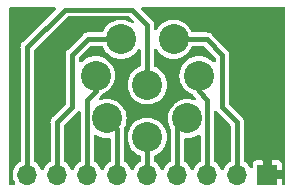
<source format=gbr>
%TF.GenerationSoftware,KiCad,Pcbnew,6.0.9-8da3e8f707~117~ubuntu22.04.1*%
%TF.CreationDate,2022-12-06T13:33:21-08:00*%
%TF.ProjectId,GX16-8P-Horizontal,47583136-2d38-4502-9d48-6f72697a6f6e,rev?*%
%TF.SameCoordinates,Original*%
%TF.FileFunction,Copper,L1,Top*%
%TF.FilePolarity,Positive*%
%FSLAX46Y46*%
G04 Gerber Fmt 4.6, Leading zero omitted, Abs format (unit mm)*
G04 Created by KiCad (PCBNEW 6.0.9-8da3e8f707~117~ubuntu22.04.1) date 2022-12-06 13:33:21*
%MOMM*%
%LPD*%
G01*
G04 APERTURE LIST*
%TA.AperFunction,ComponentPad*%
%ADD10R,1.700000X1.700000*%
%TD*%
%TA.AperFunction,ComponentPad*%
%ADD11O,1.700000X1.700000*%
%TD*%
%TA.AperFunction,ComponentPad*%
%ADD12C,2.540000*%
%TD*%
%TA.AperFunction,ViaPad*%
%ADD13C,0.800000*%
%TD*%
%TA.AperFunction,Conductor*%
%ADD14C,0.381000*%
%TD*%
G04 APERTURE END LIST*
D10*
%TO.P,J2,1,Pin_1*%
%TO.N,GND*%
X137160000Y-71120000D03*
D11*
%TO.P,J2,2,Pin_2*%
%TO.N,Net-(J1-Pad1)*%
X134620000Y-71120000D03*
%TO.P,J2,3,Pin_3*%
%TO.N,Net-(J1-Pad2)*%
X132080000Y-71120000D03*
%TO.P,J2,4,Pin_4*%
%TO.N,Net-(J1-Pad3)*%
X129540000Y-71120000D03*
%TO.P,J2,5,Pin_5*%
%TO.N,Net-(J1-Pad4)*%
X127000000Y-71120000D03*
%TO.P,J2,6,Pin_6*%
%TO.N,Net-(J1-Pad5)*%
X124460000Y-71120000D03*
%TO.P,J2,7,Pin_7*%
%TO.N,Net-(J1-Pad6)*%
X121920000Y-71120000D03*
%TO.P,J2,8,Pin_8*%
%TO.N,Net-(J1-Pad7)*%
X119380000Y-71120000D03*
%TO.P,J2,9,Pin_9*%
%TO.N,Net-(J1-Pad8)*%
X116840000Y-71120000D03*
%TD*%
D12*
%TO.P,J1,8,Pin_8*%
%TO.N,Net-(J1-Pad8)*%
X127000000Y-63500000D03*
%TO.P,J1,7,Pin_7*%
%TO.N,Net-(J1-Pad7)*%
X124777500Y-59651900D03*
%TO.P,J1,6,Pin_6*%
%TO.N,Net-(J1-Pad6)*%
X122623580Y-62727840D03*
%TO.P,J1,5,Pin_5*%
%TO.N,Net-(J1-Pad5)*%
X123596400Y-66357500D03*
%TO.P,J1,4,Pin_4*%
%TO.N,Net-(J1-Pad4)*%
X127000000Y-67945000D03*
%TO.P,J1,3,Pin_3*%
%TO.N,Net-(J1-Pad3)*%
X130403600Y-66357500D03*
%TO.P,J1,2,Pin_2*%
%TO.N,Net-(J1-Pad2)*%
X131376420Y-62727840D03*
%TO.P,J1,1,Pin_1*%
%TO.N,Net-(J1-Pad1)*%
X129222500Y-59651900D03*
%TD*%
D13*
%TO.N,GND*%
X137160000Y-69850000D03*
X138176000Y-63500000D03*
X115824000Y-63500000D03*
X133350000Y-57785000D03*
X115824000Y-69723000D03*
X135255000Y-65405000D03*
X135890000Y-63500000D03*
X135255000Y-61595000D03*
X137160000Y-57785000D03*
X116840000Y-57785000D03*
X127635000Y-57785000D03*
X125095000Y-62230000D03*
X125730000Y-65405000D03*
X128270000Y-65405000D03*
X128905000Y-62230000D03*
X133350000Y-67310000D03*
X130810000Y-68580000D03*
X123190000Y-68580000D03*
X120650000Y-67310000D03*
X118110000Y-69850000D03*
X120650000Y-69850000D03*
X123190000Y-69850000D03*
X125730000Y-69850000D03*
X128270000Y-69850000D03*
X130810000Y-69850000D03*
X133350000Y-69850000D03*
X118745000Y-65405000D03*
X118745000Y-61595000D03*
X118110000Y-63500000D03*
X122555000Y-58420000D03*
%TD*%
D14*
%TO.N,Net-(J1-Pad8)*%
X125730000Y-57150000D02*
X120015000Y-57150000D01*
X127000000Y-63500000D02*
X127000000Y-58420000D01*
X127000000Y-58420000D02*
X125730000Y-57150000D01*
X120015000Y-57150000D02*
X116840000Y-60325000D01*
X116840000Y-60325000D02*
X116840000Y-71755000D01*
%TO.N,Net-(J1-Pad7)*%
X120650000Y-65405000D02*
X119380000Y-66675000D01*
X121958100Y-59651900D02*
X120650000Y-60960000D01*
X124777500Y-59651900D02*
X121958100Y-59651900D01*
X120650000Y-60960000D02*
X120650000Y-65405000D01*
X119380000Y-66675000D02*
X119380000Y-71755000D01*
%TO.N,Net-(J1-Pad1)*%
X129222500Y-59651900D02*
X132041900Y-59651900D01*
X132041900Y-59651900D02*
X133350000Y-60960000D01*
X133350000Y-60960000D02*
X133350000Y-65405000D01*
X133350000Y-65405000D02*
X134620000Y-66675000D01*
X134620000Y-66675000D02*
X134620000Y-71755000D01*
%TO.N,Net-(J1-Pad6)*%
X122623580Y-64066420D02*
X121920000Y-64770000D01*
X122623580Y-62727840D02*
X122623580Y-64066420D01*
X121920000Y-64770000D02*
X121920000Y-71755000D01*
%TO.N,Net-(J1-Pad2)*%
X131376420Y-62727840D02*
X131376420Y-64066420D01*
X131376420Y-64066420D02*
X132080000Y-64770000D01*
X132080000Y-64770000D02*
X132080000Y-71755000D01*
%TO.N,Net-(J1-Pad5)*%
X124460000Y-71755000D02*
X124460000Y-67221100D01*
X124460000Y-67221100D02*
X123596400Y-66357500D01*
%TO.N,Net-(J1-Pad3)*%
X129540000Y-71755000D02*
X129540000Y-67221100D01*
X129540000Y-67221100D02*
X130403600Y-66357500D01*
%TO.N,Net-(J1-Pad4)*%
X127000000Y-67945000D02*
X127000000Y-71755000D01*
%TD*%
%TA.AperFunction,Conductor*%
%TO.N,GND*%
G36*
X119223501Y-56916502D02*
G01*
X119269994Y-56970158D01*
X119280098Y-57040432D01*
X119250604Y-57105012D01*
X119244475Y-57111595D01*
X116467886Y-59888184D01*
X116455495Y-59899051D01*
X116432045Y-59917045D01*
X116340359Y-60036532D01*
X116282723Y-60175678D01*
X116268000Y-60287508D01*
X116268000Y-60287514D01*
X116263065Y-60325000D01*
X116264143Y-60333188D01*
X116264143Y-60333189D01*
X116266922Y-60354298D01*
X116268000Y-60370744D01*
X116268000Y-69951543D01*
X116247998Y-70019664D01*
X116214271Y-70054756D01*
X116049894Y-70169854D01*
X116049891Y-70169856D01*
X116045383Y-70173013D01*
X115893013Y-70325383D01*
X115769416Y-70501898D01*
X115767093Y-70506880D01*
X115767090Y-70506885D01*
X115742238Y-70560181D01*
X115678348Y-70697193D01*
X115676926Y-70702501D01*
X115676925Y-70702503D01*
X115667430Y-70737939D01*
X115622577Y-70905335D01*
X115603796Y-71120000D01*
X115622577Y-71334665D01*
X115624001Y-71339978D01*
X115624001Y-71339980D01*
X115667917Y-71503876D01*
X115678348Y-71542807D01*
X115680670Y-71547787D01*
X115680671Y-71547789D01*
X115767090Y-71733115D01*
X115767093Y-71733120D01*
X115769416Y-71738102D01*
X115772573Y-71742610D01*
X115819920Y-71810229D01*
X115842608Y-71877503D01*
X115825323Y-71946364D01*
X115773553Y-71994948D01*
X115716707Y-72008500D01*
X115442500Y-72008500D01*
X115374379Y-71988498D01*
X115327886Y-71934842D01*
X115316500Y-71882500D01*
X115316500Y-57022500D01*
X115336502Y-56954379D01*
X115390158Y-56907886D01*
X115442500Y-56896500D01*
X119155380Y-56896500D01*
X119223501Y-56916502D01*
G37*
%TD.AperFunction*%
%TA.AperFunction,Conductor*%
G36*
X138625621Y-56916502D02*
G01*
X138672114Y-56970158D01*
X138683500Y-57022500D01*
X138683500Y-71882500D01*
X138663498Y-71950621D01*
X138609842Y-71997114D01*
X138557500Y-72008500D01*
X138517000Y-72008500D01*
X138448879Y-71988498D01*
X138402386Y-71934842D01*
X138391000Y-71882500D01*
X138391000Y-71519115D01*
X138386525Y-71503876D01*
X138385135Y-71502671D01*
X138377452Y-71501000D01*
X136905000Y-71501000D01*
X136836879Y-71480998D01*
X136790386Y-71427342D01*
X136779000Y-71375000D01*
X136779000Y-70720885D01*
X137541000Y-70720885D01*
X137545475Y-70736124D01*
X137546865Y-70737329D01*
X137554548Y-70739000D01*
X138372885Y-70739000D01*
X138388124Y-70734525D01*
X138389329Y-70733135D01*
X138391000Y-70725452D01*
X138391000Y-70238496D01*
X138390330Y-70229336D01*
X138381402Y-70168687D01*
X138375661Y-70150213D01*
X138328665Y-70054493D01*
X138316705Y-70037788D01*
X138241678Y-69962891D01*
X138224950Y-69950959D01*
X138129140Y-69904127D01*
X138110672Y-69898419D01*
X138050636Y-69889660D01*
X138041537Y-69889000D01*
X137559115Y-69889000D01*
X137543876Y-69893475D01*
X137542671Y-69894865D01*
X137541000Y-69902548D01*
X137541000Y-70720885D01*
X136779000Y-70720885D01*
X136779000Y-69907115D01*
X136774525Y-69891876D01*
X136773135Y-69890671D01*
X136765452Y-69889000D01*
X136278496Y-69889000D01*
X136269336Y-69889670D01*
X136208687Y-69898598D01*
X136190213Y-69904339D01*
X136094493Y-69951335D01*
X136077788Y-69963295D01*
X136002891Y-70038322D01*
X135990959Y-70055050D01*
X135944127Y-70150860D01*
X135938419Y-70169328D01*
X135929660Y-70229364D01*
X135929000Y-70238463D01*
X135929000Y-70445567D01*
X135908998Y-70513688D01*
X135855342Y-70560181D01*
X135785068Y-70570285D01*
X135720488Y-70540791D01*
X135693881Y-70508567D01*
X135692908Y-70506882D01*
X135690584Y-70501898D01*
X135566987Y-70325383D01*
X135414617Y-70173013D01*
X135410109Y-70169856D01*
X135410106Y-70169854D01*
X135245729Y-70054756D01*
X135201401Y-69999299D01*
X135192000Y-69951543D01*
X135192000Y-66720744D01*
X135193078Y-66704298D01*
X135195857Y-66683189D01*
X135195857Y-66683188D01*
X135196935Y-66675000D01*
X135192000Y-66637514D01*
X135192000Y-66637508D01*
X135177277Y-66525678D01*
X135119641Y-66386532D01*
X135097364Y-66357500D01*
X135050976Y-66297046D01*
X135050975Y-66297045D01*
X135027955Y-66267045D01*
X135004505Y-66249051D01*
X134992114Y-66238184D01*
X133958905Y-65204975D01*
X133924879Y-65142663D01*
X133922000Y-65115880D01*
X133922000Y-61005751D01*
X133923078Y-60989304D01*
X133925858Y-60968188D01*
X133926936Y-60960000D01*
X133907277Y-60810678D01*
X133849641Y-60671532D01*
X133780976Y-60582046D01*
X133780975Y-60582045D01*
X133757955Y-60552045D01*
X133734505Y-60534051D01*
X133722114Y-60523184D01*
X132478716Y-59279786D01*
X132467849Y-59267395D01*
X132454881Y-59250495D01*
X132449855Y-59243945D01*
X132330368Y-59152259D01*
X132191222Y-59094623D01*
X132160525Y-59090582D01*
X132079403Y-59079901D01*
X132079394Y-59079900D01*
X132079391Y-59079900D01*
X132079379Y-59079899D01*
X132050089Y-59076043D01*
X132050088Y-59076043D01*
X132041900Y-59074965D01*
X132033712Y-59076043D01*
X132033711Y-59076043D01*
X132012602Y-59078822D01*
X131996156Y-59079900D01*
X130857332Y-59079900D01*
X130789211Y-59059898D01*
X130740923Y-59002118D01*
X130700442Y-58904388D01*
X130700441Y-58904386D01*
X130698548Y-58899816D01*
X130562723Y-58678171D01*
X130393898Y-58480502D01*
X130196229Y-58311677D01*
X129974584Y-58175852D01*
X129970014Y-58173959D01*
X129970012Y-58173958D01*
X129738993Y-58078267D01*
X129738991Y-58078266D01*
X129734420Y-58076373D01*
X129647957Y-58055615D01*
X129486463Y-58016844D01*
X129486457Y-58016843D01*
X129481650Y-58015689D01*
X129222500Y-57995293D01*
X128963350Y-58015689D01*
X128958543Y-58016843D01*
X128958537Y-58016844D01*
X128797043Y-58055615D01*
X128710580Y-58076373D01*
X128706009Y-58078266D01*
X128706007Y-58078267D01*
X128474988Y-58173958D01*
X128474986Y-58173959D01*
X128470416Y-58175852D01*
X128248771Y-58311677D01*
X128051102Y-58480502D01*
X127882277Y-58678171D01*
X127805431Y-58803572D01*
X127752785Y-58851201D01*
X127682743Y-58862808D01*
X127617546Y-58834705D01*
X127577892Y-58775814D01*
X127572000Y-58737735D01*
X127572000Y-58465744D01*
X127573078Y-58449298D01*
X127575857Y-58428189D01*
X127575857Y-58428188D01*
X127576935Y-58420000D01*
X127572000Y-58382514D01*
X127572000Y-58382508D01*
X127557277Y-58270678D01*
X127499641Y-58131532D01*
X127407955Y-58012045D01*
X127384505Y-57994051D01*
X127372114Y-57983184D01*
X126500525Y-57111595D01*
X126466499Y-57049283D01*
X126471564Y-56978468D01*
X126514111Y-56921632D01*
X126580631Y-56896821D01*
X126589620Y-56896500D01*
X138557500Y-56896500D01*
X138625621Y-56916502D01*
G37*
%TD.AperFunction*%
%TA.AperFunction,Conductor*%
G36*
X123210789Y-60243902D02*
G01*
X123259077Y-60301682D01*
X123299558Y-60399412D01*
X123301452Y-60403984D01*
X123437277Y-60625629D01*
X123606102Y-60823298D01*
X123803771Y-60992123D01*
X124025416Y-61127948D01*
X124029986Y-61129841D01*
X124029988Y-61129842D01*
X124261007Y-61225533D01*
X124265580Y-61227427D01*
X124352043Y-61248185D01*
X124513537Y-61286956D01*
X124513543Y-61286957D01*
X124518350Y-61288111D01*
X124777500Y-61308507D01*
X125036650Y-61288111D01*
X125041457Y-61286957D01*
X125041463Y-61286956D01*
X125202957Y-61248185D01*
X125289420Y-61227427D01*
X125293993Y-61225533D01*
X125525012Y-61129842D01*
X125525014Y-61129841D01*
X125529584Y-61127948D01*
X125751229Y-60992123D01*
X125948898Y-60823298D01*
X126117723Y-60625629D01*
X126194569Y-60500228D01*
X126247215Y-60452599D01*
X126317257Y-60440992D01*
X126382454Y-60469095D01*
X126422108Y-60527986D01*
X126428000Y-60566065D01*
X126428000Y-61865168D01*
X126407998Y-61933289D01*
X126350218Y-61981577D01*
X126252488Y-62022058D01*
X126252486Y-62022059D01*
X126247916Y-62023952D01*
X126026271Y-62159777D01*
X125828602Y-62328602D01*
X125659777Y-62526271D01*
X125523952Y-62747916D01*
X125424473Y-62988080D01*
X125423318Y-62992892D01*
X125365206Y-63234948D01*
X125363789Y-63240850D01*
X125343393Y-63500000D01*
X125363789Y-63759150D01*
X125364943Y-63763957D01*
X125364944Y-63763963D01*
X125396517Y-63895474D01*
X125424473Y-64011920D01*
X125426366Y-64016491D01*
X125426367Y-64016493D01*
X125503989Y-64203888D01*
X125523952Y-64252084D01*
X125659777Y-64473729D01*
X125662994Y-64477496D01*
X125662995Y-64477497D01*
X125684978Y-64503236D01*
X125828602Y-64671398D01*
X125832364Y-64674611D01*
X125956717Y-64780818D01*
X126026271Y-64840223D01*
X126247916Y-64976048D01*
X126252486Y-64977941D01*
X126252488Y-64977942D01*
X126483507Y-65073633D01*
X126488080Y-65075527D01*
X126574543Y-65096285D01*
X126736037Y-65135056D01*
X126736043Y-65135057D01*
X126740850Y-65136211D01*
X127000000Y-65156607D01*
X127259150Y-65136211D01*
X127263957Y-65135057D01*
X127263963Y-65135056D01*
X127425457Y-65096285D01*
X127511920Y-65075527D01*
X127516493Y-65073633D01*
X127747512Y-64977942D01*
X127747514Y-64977941D01*
X127752084Y-64976048D01*
X127973729Y-64840223D01*
X128043284Y-64780818D01*
X128167636Y-64674611D01*
X128171398Y-64671398D01*
X128315022Y-64503236D01*
X128337005Y-64477497D01*
X128337006Y-64477496D01*
X128340223Y-64473729D01*
X128476048Y-64252084D01*
X128496012Y-64203888D01*
X128573633Y-64016493D01*
X128573634Y-64016491D01*
X128575527Y-64011920D01*
X128603483Y-63895474D01*
X128635056Y-63763963D01*
X128635057Y-63763957D01*
X128636211Y-63759150D01*
X128656607Y-63500000D01*
X128636211Y-63240850D01*
X128634795Y-63234948D01*
X128576682Y-62992892D01*
X128575527Y-62988080D01*
X128476048Y-62747916D01*
X128340223Y-62526271D01*
X128171398Y-62328602D01*
X127973729Y-62159777D01*
X127752084Y-62023952D01*
X127747514Y-62022059D01*
X127747512Y-62022058D01*
X127649782Y-61981577D01*
X127594501Y-61937029D01*
X127572000Y-61865168D01*
X127572000Y-60566065D01*
X127592002Y-60497944D01*
X127645658Y-60451451D01*
X127715932Y-60441347D01*
X127780512Y-60470841D01*
X127805429Y-60500226D01*
X127882277Y-60625629D01*
X128051102Y-60823298D01*
X128248771Y-60992123D01*
X128470416Y-61127948D01*
X128474986Y-61129841D01*
X128474988Y-61129842D01*
X128706007Y-61225533D01*
X128710580Y-61227427D01*
X128797043Y-61248185D01*
X128958537Y-61286956D01*
X128958543Y-61286957D01*
X128963350Y-61288111D01*
X129222500Y-61308507D01*
X129481650Y-61288111D01*
X129486457Y-61286957D01*
X129486463Y-61286956D01*
X129647957Y-61248185D01*
X129734420Y-61227427D01*
X129738993Y-61225533D01*
X129970012Y-61129842D01*
X129970014Y-61129841D01*
X129974584Y-61127948D01*
X130196229Y-60992123D01*
X130393898Y-60823298D01*
X130562723Y-60625629D01*
X130698548Y-60403984D01*
X130700442Y-60399412D01*
X130740923Y-60301682D01*
X130785471Y-60246401D01*
X130857332Y-60223900D01*
X131752780Y-60223900D01*
X131820901Y-60243902D01*
X131841875Y-60260805D01*
X132741095Y-61160025D01*
X132775121Y-61222337D01*
X132778000Y-61249120D01*
X132778000Y-61484413D01*
X132757998Y-61552534D01*
X132704342Y-61599027D01*
X132634068Y-61609131D01*
X132569488Y-61579637D01*
X132556190Y-61566244D01*
X132551033Y-61560206D01*
X132551031Y-61560204D01*
X132547818Y-61556442D01*
X132350149Y-61387617D01*
X132128504Y-61251792D01*
X132123934Y-61249899D01*
X132123932Y-61249898D01*
X131892913Y-61154207D01*
X131892911Y-61154206D01*
X131888340Y-61152313D01*
X131801877Y-61131555D01*
X131640383Y-61092784D01*
X131640377Y-61092783D01*
X131635570Y-61091629D01*
X131376420Y-61071233D01*
X131117270Y-61091629D01*
X131112463Y-61092783D01*
X131112457Y-61092784D01*
X130950963Y-61131555D01*
X130864500Y-61152313D01*
X130859929Y-61154206D01*
X130859927Y-61154207D01*
X130628908Y-61249898D01*
X130628906Y-61249899D01*
X130624336Y-61251792D01*
X130402691Y-61387617D01*
X130205022Y-61556442D01*
X130036197Y-61754111D01*
X129900372Y-61975756D01*
X129898479Y-61980326D01*
X129898478Y-61980328D01*
X129824148Y-62159777D01*
X129800893Y-62215920D01*
X129740209Y-62468690D01*
X129719813Y-62727840D01*
X129740209Y-62986990D01*
X129741363Y-62991797D01*
X129741364Y-62991803D01*
X129780135Y-63153297D01*
X129800893Y-63239760D01*
X129900372Y-63479924D01*
X130036197Y-63701569D01*
X130205022Y-63899238D01*
X130402691Y-64068063D01*
X130624336Y-64203888D01*
X130628906Y-64205781D01*
X130628908Y-64205782D01*
X130679664Y-64226806D01*
X130805345Y-64278864D01*
X130860625Y-64323411D01*
X130873534Y-64347054D01*
X130876779Y-64354888D01*
X130881805Y-64361437D01*
X130881805Y-64361438D01*
X130899460Y-64384446D01*
X130899461Y-64384447D01*
X130960565Y-64464079D01*
X130968465Y-64474375D01*
X130975015Y-64479401D01*
X130975018Y-64479404D01*
X130991915Y-64492369D01*
X131004306Y-64503236D01*
X131095009Y-64593939D01*
X131129035Y-64656251D01*
X131123970Y-64727066D01*
X131081423Y-64783902D01*
X131014903Y-64808713D01*
X130957696Y-64799443D01*
X130920093Y-64783867D01*
X130920091Y-64783866D01*
X130915520Y-64781973D01*
X130829057Y-64761215D01*
X130667563Y-64722444D01*
X130667557Y-64722443D01*
X130662750Y-64721289D01*
X130403600Y-64700893D01*
X130144450Y-64721289D01*
X130139643Y-64722443D01*
X130139637Y-64722444D01*
X129978143Y-64761215D01*
X129891680Y-64781973D01*
X129887109Y-64783866D01*
X129887107Y-64783867D01*
X129656088Y-64879558D01*
X129656086Y-64879559D01*
X129651516Y-64881452D01*
X129429871Y-65017277D01*
X129426104Y-65020494D01*
X129426103Y-65020495D01*
X129299200Y-65128880D01*
X129232202Y-65186102D01*
X129063377Y-65383771D01*
X128927552Y-65605416D01*
X128925659Y-65609986D01*
X128925658Y-65609988D01*
X128829967Y-65841007D01*
X128828073Y-65845580D01*
X128767389Y-66098350D01*
X128746993Y-66357500D01*
X128767389Y-66616650D01*
X128768543Y-66621457D01*
X128768544Y-66621463D01*
X128781397Y-66675000D01*
X128828073Y-66869420D01*
X128829966Y-66873991D01*
X128829967Y-66873993D01*
X128830395Y-66875025D01*
X128927552Y-67109584D01*
X128930138Y-67113804D01*
X128930140Y-67113807D01*
X128945575Y-67138995D01*
X128964143Y-67204831D01*
X128964143Y-67212912D01*
X128963065Y-67221100D01*
X128964143Y-67229288D01*
X128964143Y-67229289D01*
X128966922Y-67250398D01*
X128968000Y-67266844D01*
X128968000Y-69951543D01*
X128947998Y-70019664D01*
X128914271Y-70054756D01*
X128749894Y-70169854D01*
X128749891Y-70169856D01*
X128745383Y-70173013D01*
X128593013Y-70325383D01*
X128469416Y-70501898D01*
X128467093Y-70506880D01*
X128467090Y-70506885D01*
X128384195Y-70684654D01*
X128337277Y-70737939D01*
X128269000Y-70757400D01*
X128201040Y-70736858D01*
X128155805Y-70684654D01*
X128072910Y-70506885D01*
X128072907Y-70506880D01*
X128070584Y-70501898D01*
X127946987Y-70325383D01*
X127794617Y-70173013D01*
X127790109Y-70169856D01*
X127790106Y-70169854D01*
X127625729Y-70054756D01*
X127581401Y-69999299D01*
X127572000Y-69951543D01*
X127572000Y-69579832D01*
X127592002Y-69511711D01*
X127649782Y-69463423D01*
X127747512Y-69422942D01*
X127747514Y-69422941D01*
X127752084Y-69421048D01*
X127973729Y-69285223D01*
X128171398Y-69116398D01*
X128340223Y-68918729D01*
X128476048Y-68697084D01*
X128575527Y-68456920D01*
X128636211Y-68204150D01*
X128656607Y-67945000D01*
X128636211Y-67685850D01*
X128575527Y-67433080D01*
X128503252Y-67258592D01*
X128477942Y-67197488D01*
X128477941Y-67197486D01*
X128476048Y-67192916D01*
X128340223Y-66971271D01*
X128334116Y-66964120D01*
X128174611Y-66777364D01*
X128171398Y-66773602D01*
X127973729Y-66604777D01*
X127752084Y-66468952D01*
X127747514Y-66467059D01*
X127747512Y-66467058D01*
X127516493Y-66371367D01*
X127516491Y-66371366D01*
X127511920Y-66369473D01*
X127425457Y-66348715D01*
X127263963Y-66309944D01*
X127263957Y-66309943D01*
X127259150Y-66308789D01*
X127000000Y-66288393D01*
X126740850Y-66308789D01*
X126736043Y-66309943D01*
X126736037Y-66309944D01*
X126574543Y-66348715D01*
X126488080Y-66369473D01*
X126483509Y-66371366D01*
X126483507Y-66371367D01*
X126252488Y-66467058D01*
X126252486Y-66467059D01*
X126247916Y-66468952D01*
X126026271Y-66604777D01*
X125828602Y-66773602D01*
X125825389Y-66777364D01*
X125665885Y-66964120D01*
X125659777Y-66971271D01*
X125523952Y-67192916D01*
X125522059Y-67197486D01*
X125522058Y-67197488D01*
X125496748Y-67258592D01*
X125424473Y-67433080D01*
X125363789Y-67685850D01*
X125343393Y-67945000D01*
X125363789Y-68204150D01*
X125424473Y-68456920D01*
X125523952Y-68697084D01*
X125659777Y-68918729D01*
X125828602Y-69116398D01*
X126026271Y-69285223D01*
X126247916Y-69421048D01*
X126252486Y-69422941D01*
X126252488Y-69422942D01*
X126350218Y-69463423D01*
X126405499Y-69507971D01*
X126428000Y-69579832D01*
X126428000Y-69951543D01*
X126407998Y-70019664D01*
X126374271Y-70054756D01*
X126209894Y-70169854D01*
X126209891Y-70169856D01*
X126205383Y-70173013D01*
X126053013Y-70325383D01*
X125929416Y-70501898D01*
X125927093Y-70506880D01*
X125927090Y-70506885D01*
X125844195Y-70684654D01*
X125797277Y-70737939D01*
X125729000Y-70757400D01*
X125661040Y-70736858D01*
X125615805Y-70684654D01*
X125532910Y-70506885D01*
X125532907Y-70506880D01*
X125530584Y-70501898D01*
X125406987Y-70325383D01*
X125254617Y-70173013D01*
X125250109Y-70169856D01*
X125250106Y-70169854D01*
X125085729Y-70054756D01*
X125041401Y-69999299D01*
X125032000Y-69951543D01*
X125032000Y-67266851D01*
X125033078Y-67250404D01*
X125035858Y-67229288D01*
X125036936Y-67221100D01*
X125035858Y-67212912D01*
X125035858Y-67204830D01*
X125054425Y-67138995D01*
X125069862Y-67113804D01*
X125072448Y-67109584D01*
X125169606Y-66875025D01*
X125170033Y-66873993D01*
X125170034Y-66873991D01*
X125171927Y-66869420D01*
X125218603Y-66675000D01*
X125231456Y-66621463D01*
X125231457Y-66621457D01*
X125232611Y-66616650D01*
X125253007Y-66357500D01*
X125232611Y-66098350D01*
X125171927Y-65845580D01*
X125170033Y-65841007D01*
X125074342Y-65609988D01*
X125074341Y-65609986D01*
X125072448Y-65605416D01*
X124936623Y-65383771D01*
X124767798Y-65186102D01*
X124700800Y-65128880D01*
X124573897Y-65020495D01*
X124573896Y-65020494D01*
X124570129Y-65017277D01*
X124348484Y-64881452D01*
X124343914Y-64879559D01*
X124343912Y-64879558D01*
X124112893Y-64783867D01*
X124112891Y-64783866D01*
X124108320Y-64781973D01*
X124021857Y-64761215D01*
X123860363Y-64722444D01*
X123860357Y-64722443D01*
X123855550Y-64721289D01*
X123596400Y-64700893D01*
X123337250Y-64721289D01*
X123332443Y-64722443D01*
X123332437Y-64722444D01*
X123170943Y-64761215D01*
X123084480Y-64781973D01*
X123079909Y-64783866D01*
X123079907Y-64783867D01*
X123042304Y-64799443D01*
X122971715Y-64807032D01*
X122908228Y-64775253D01*
X122872000Y-64714195D01*
X122874534Y-64643244D01*
X122904991Y-64593939D01*
X122995694Y-64503236D01*
X123008085Y-64492369D01*
X123024982Y-64479404D01*
X123024985Y-64479401D01*
X123031535Y-64474375D01*
X123039436Y-64464079D01*
X123100540Y-64384447D01*
X123118192Y-64361442D01*
X123123221Y-64354888D01*
X123126464Y-64347058D01*
X123126577Y-64346918D01*
X123130510Y-64340106D01*
X123131572Y-64340719D01*
X123171007Y-64291777D01*
X123194652Y-64278865D01*
X123320336Y-64226806D01*
X123371092Y-64205782D01*
X123371094Y-64205781D01*
X123375664Y-64203888D01*
X123597309Y-64068063D01*
X123794978Y-63899238D01*
X123963803Y-63701569D01*
X124099628Y-63479924D01*
X124199107Y-63239760D01*
X124219865Y-63153297D01*
X124258636Y-62991803D01*
X124258637Y-62991797D01*
X124259791Y-62986990D01*
X124280187Y-62727840D01*
X124259791Y-62468690D01*
X124199107Y-62215920D01*
X124175852Y-62159777D01*
X124101522Y-61980328D01*
X124101521Y-61980326D01*
X124099628Y-61975756D01*
X123963803Y-61754111D01*
X123794978Y-61556442D01*
X123597309Y-61387617D01*
X123375664Y-61251792D01*
X123371094Y-61249899D01*
X123371092Y-61249898D01*
X123140073Y-61154207D01*
X123140071Y-61154206D01*
X123135500Y-61152313D01*
X123049037Y-61131555D01*
X122887543Y-61092784D01*
X122887537Y-61092783D01*
X122882730Y-61091629D01*
X122623580Y-61071233D01*
X122364430Y-61091629D01*
X122359623Y-61092783D01*
X122359617Y-61092784D01*
X122198123Y-61131555D01*
X122111660Y-61152313D01*
X122107089Y-61154206D01*
X122107087Y-61154207D01*
X121876068Y-61249898D01*
X121876066Y-61249899D01*
X121871496Y-61251792D01*
X121649851Y-61387617D01*
X121452182Y-61556442D01*
X121448969Y-61560204D01*
X121448967Y-61560206D01*
X121443810Y-61566244D01*
X121384359Y-61605053D01*
X121313365Y-61605559D01*
X121253366Y-61567602D01*
X121223414Y-61503234D01*
X121222000Y-61484413D01*
X121222000Y-61249120D01*
X121242002Y-61180999D01*
X121258905Y-61160025D01*
X122158125Y-60260805D01*
X122220437Y-60226779D01*
X122247220Y-60223900D01*
X123142668Y-60223900D01*
X123210789Y-60243902D01*
G37*
%TD.AperFunction*%
%TA.AperFunction,Conductor*%
G36*
X125509001Y-57742002D02*
G01*
X125529975Y-57758905D01*
X125854663Y-58083593D01*
X125888689Y-58145905D01*
X125883624Y-58216720D01*
X125841077Y-58273556D01*
X125774557Y-58298367D01*
X125699736Y-58280122D01*
X125529584Y-58175852D01*
X125525014Y-58173959D01*
X125525012Y-58173958D01*
X125293993Y-58078267D01*
X125293991Y-58078266D01*
X125289420Y-58076373D01*
X125202957Y-58055615D01*
X125041463Y-58016844D01*
X125041457Y-58016843D01*
X125036650Y-58015689D01*
X124777500Y-57995293D01*
X124518350Y-58015689D01*
X124513543Y-58016843D01*
X124513537Y-58016844D01*
X124352043Y-58055615D01*
X124265580Y-58076373D01*
X124261009Y-58078266D01*
X124261007Y-58078267D01*
X124029988Y-58173958D01*
X124029986Y-58173959D01*
X124025416Y-58175852D01*
X123803771Y-58311677D01*
X123606102Y-58480502D01*
X123437277Y-58678171D01*
X123301452Y-58899816D01*
X123299559Y-58904386D01*
X123299558Y-58904388D01*
X123259077Y-59002118D01*
X123214529Y-59057399D01*
X123142668Y-59079900D01*
X122003851Y-59079900D01*
X121987404Y-59078822D01*
X121966288Y-59076042D01*
X121958100Y-59074964D01*
X121920608Y-59079900D01*
X121808778Y-59094623D01*
X121669632Y-59152259D01*
X121550145Y-59243945D01*
X121545119Y-59250495D01*
X121532151Y-59267395D01*
X121521284Y-59279786D01*
X120277886Y-60523184D01*
X120265495Y-60534051D01*
X120242045Y-60552045D01*
X120150359Y-60671532D01*
X120092723Y-60810678D01*
X120078000Y-60922508D01*
X120078000Y-60922514D01*
X120073065Y-60960000D01*
X120074143Y-60968188D01*
X120074143Y-60968189D01*
X120076922Y-60989298D01*
X120078000Y-61005744D01*
X120078000Y-65115880D01*
X120057998Y-65184001D01*
X120041095Y-65204975D01*
X119007886Y-66238184D01*
X118995495Y-66249051D01*
X118972045Y-66267045D01*
X118949025Y-66297045D01*
X118949024Y-66297046D01*
X118902636Y-66357500D01*
X118880359Y-66386532D01*
X118822723Y-66525678D01*
X118808000Y-66637508D01*
X118808000Y-66637514D01*
X118803065Y-66675000D01*
X118804143Y-66683188D01*
X118804143Y-66683189D01*
X118806922Y-66704298D01*
X118808000Y-66720744D01*
X118808000Y-69951543D01*
X118787998Y-70019664D01*
X118754271Y-70054756D01*
X118589894Y-70169854D01*
X118589891Y-70169856D01*
X118585383Y-70173013D01*
X118433013Y-70325383D01*
X118309416Y-70501898D01*
X118307093Y-70506880D01*
X118307090Y-70506885D01*
X118224195Y-70684654D01*
X118177277Y-70737939D01*
X118109000Y-70757400D01*
X118041040Y-70736858D01*
X117995805Y-70684654D01*
X117912910Y-70506885D01*
X117912907Y-70506880D01*
X117910584Y-70501898D01*
X117786987Y-70325383D01*
X117634617Y-70173013D01*
X117630109Y-70169856D01*
X117630106Y-70169854D01*
X117465729Y-70054756D01*
X117421401Y-69999299D01*
X117412000Y-69951543D01*
X117412000Y-60614120D01*
X117432002Y-60545999D01*
X117448905Y-60525025D01*
X120215025Y-57758905D01*
X120277337Y-57724879D01*
X120304120Y-57722000D01*
X125440880Y-57722000D01*
X125509001Y-57742002D01*
G37*
%TD.AperFunction*%
%TA.AperFunction,Conductor*%
G36*
X121312176Y-65718144D02*
G01*
X121345438Y-65780867D01*
X121348000Y-65806146D01*
X121348000Y-69951543D01*
X121327998Y-70019664D01*
X121294271Y-70054756D01*
X121129894Y-70169854D01*
X121129891Y-70169856D01*
X121125383Y-70173013D01*
X120973013Y-70325383D01*
X120849416Y-70501898D01*
X120847093Y-70506880D01*
X120847090Y-70506885D01*
X120764195Y-70684654D01*
X120717277Y-70737939D01*
X120649000Y-70757400D01*
X120581040Y-70736858D01*
X120535805Y-70684654D01*
X120452910Y-70506885D01*
X120452907Y-70506880D01*
X120450584Y-70501898D01*
X120326987Y-70325383D01*
X120174617Y-70173013D01*
X120170109Y-70169856D01*
X120170106Y-70169854D01*
X120005729Y-70054756D01*
X119961401Y-69999299D01*
X119952000Y-69951543D01*
X119952000Y-66964120D01*
X119972002Y-66895999D01*
X119988905Y-66875025D01*
X121022114Y-65841816D01*
X121034505Y-65830949D01*
X121051402Y-65817984D01*
X121051405Y-65817981D01*
X121057955Y-65812955D01*
X121121746Y-65729822D01*
X121121749Y-65729824D01*
X121121770Y-65729791D01*
X121122061Y-65729412D01*
X121179411Y-65687562D01*
X121250284Y-65683362D01*
X121312176Y-65718144D01*
G37*
%TD.AperFunction*%
%TA.AperFunction,Conductor*%
G36*
X132860512Y-65710921D02*
G01*
X132878007Y-65729499D01*
X132878255Y-65729822D01*
X132936820Y-65806145D01*
X132942045Y-65812955D01*
X132948595Y-65817981D01*
X132948598Y-65817984D01*
X132965495Y-65830949D01*
X132977886Y-65841816D01*
X134011095Y-66875025D01*
X134045121Y-66937337D01*
X134048000Y-66964120D01*
X134048000Y-69951543D01*
X134027998Y-70019664D01*
X133994271Y-70054756D01*
X133829894Y-70169854D01*
X133829891Y-70169856D01*
X133825383Y-70173013D01*
X133673013Y-70325383D01*
X133549416Y-70501898D01*
X133547093Y-70506880D01*
X133547090Y-70506885D01*
X133464195Y-70684654D01*
X133417277Y-70737939D01*
X133349000Y-70757400D01*
X133281040Y-70736858D01*
X133235805Y-70684654D01*
X133152910Y-70506885D01*
X133152907Y-70506880D01*
X133150584Y-70501898D01*
X133026987Y-70325383D01*
X132874617Y-70173013D01*
X132870109Y-70169856D01*
X132870106Y-70169854D01*
X132705729Y-70054756D01*
X132661401Y-69999299D01*
X132652000Y-69951543D01*
X132652000Y-65806145D01*
X132672002Y-65738024D01*
X132725658Y-65691531D01*
X132795932Y-65681427D01*
X132860512Y-65710921D01*
G37*
%TD.AperFunction*%
%TA.AperFunction,Conductor*%
G36*
X122683833Y-67735203D02*
G01*
X122844316Y-67833548D01*
X122848886Y-67835441D01*
X122848888Y-67835442D01*
X123079907Y-67931133D01*
X123084480Y-67933027D01*
X123113817Y-67940070D01*
X123332437Y-67992556D01*
X123332443Y-67992557D01*
X123337250Y-67993711D01*
X123596400Y-68014107D01*
X123601330Y-68013719D01*
X123752114Y-68001852D01*
X123821594Y-68016448D01*
X123872154Y-68066291D01*
X123888000Y-68127464D01*
X123888000Y-69951543D01*
X123867998Y-70019664D01*
X123834271Y-70054756D01*
X123669894Y-70169854D01*
X123669891Y-70169856D01*
X123665383Y-70173013D01*
X123513013Y-70325383D01*
X123389416Y-70501898D01*
X123387093Y-70506880D01*
X123387090Y-70506885D01*
X123304195Y-70684654D01*
X123257277Y-70737939D01*
X123189000Y-70757400D01*
X123121040Y-70736858D01*
X123075805Y-70684654D01*
X122992910Y-70506885D01*
X122992907Y-70506880D01*
X122990584Y-70501898D01*
X122866987Y-70325383D01*
X122714617Y-70173013D01*
X122710109Y-70169856D01*
X122710106Y-70169854D01*
X122545729Y-70054756D01*
X122501401Y-69999299D01*
X122492000Y-69951543D01*
X122492000Y-67842637D01*
X122512002Y-67774516D01*
X122565658Y-67728023D01*
X122635932Y-67717919D01*
X122683833Y-67735203D01*
G37*
%TD.AperFunction*%
%TA.AperFunction,Conductor*%
G36*
X131452375Y-67738122D02*
G01*
X131497708Y-67792761D01*
X131508000Y-67842637D01*
X131508000Y-69951543D01*
X131487998Y-70019664D01*
X131454271Y-70054756D01*
X131289894Y-70169854D01*
X131289891Y-70169856D01*
X131285383Y-70173013D01*
X131133013Y-70325383D01*
X131009416Y-70501898D01*
X131007093Y-70506880D01*
X131007090Y-70506885D01*
X130924195Y-70684654D01*
X130877277Y-70737939D01*
X130809000Y-70757400D01*
X130741040Y-70736858D01*
X130695805Y-70684654D01*
X130612910Y-70506885D01*
X130612907Y-70506880D01*
X130610584Y-70501898D01*
X130486987Y-70325383D01*
X130334617Y-70173013D01*
X130330109Y-70169856D01*
X130330106Y-70169854D01*
X130165729Y-70054756D01*
X130121401Y-69999299D01*
X130112000Y-69951543D01*
X130112000Y-68127464D01*
X130132002Y-68059343D01*
X130185658Y-68012850D01*
X130247886Y-68001852D01*
X130398670Y-68013719D01*
X130403600Y-68014107D01*
X130662750Y-67993711D01*
X130667557Y-67992557D01*
X130667563Y-67992556D01*
X130886183Y-67940070D01*
X130915520Y-67933027D01*
X130920093Y-67931133D01*
X131151112Y-67835442D01*
X131151114Y-67835441D01*
X131155684Y-67833548D01*
X131316167Y-67735204D01*
X131384699Y-67716666D01*
X131452375Y-67738122D01*
G37*
%TD.AperFunction*%
%TD*%
M02*

</source>
